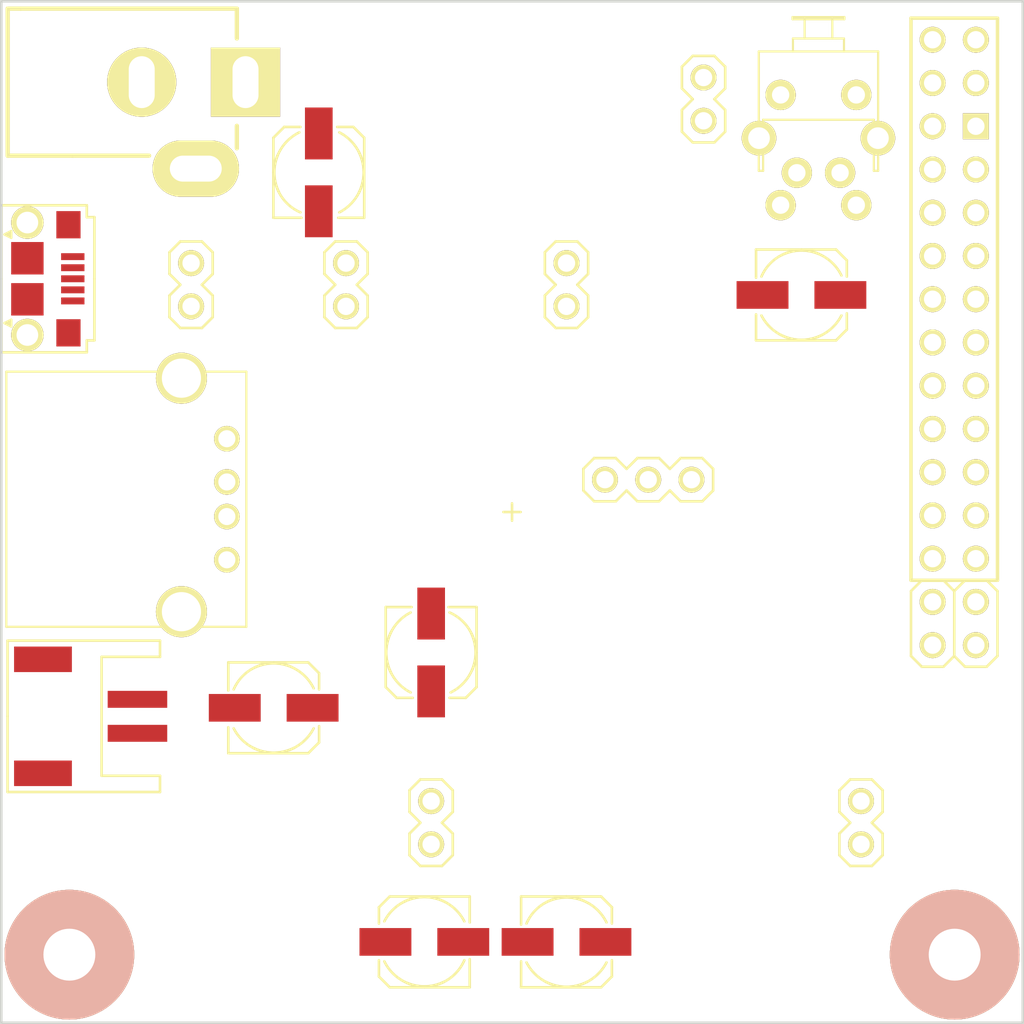
<source format=kicad_pcb>
(kicad_pcb (version 3) (host pcbnew "(2013-03-15 BZR 4003)-stable")

  (general
    (links 43)
    (no_connects 43)
    (area 86.306612 18.674999 147.825001 78.825001)
    (thickness 1.6)
    (drawings 4)
    (tracks 0)
    (zones 0)
    (modules 23)
    (nets 19)
  )

  (page A3)
  (layers
    (15 F.Cu signal hide)
    (0 B.Cu signal hide)
    (16 B.Adhes user hide)
    (17 F.Adhes user hide)
    (18 B.Paste user hide)
    (19 F.Paste user hide)
    (20 B.SilkS user)
    (21 F.SilkS user)
    (22 B.Mask user hide)
    (23 F.Mask user hide)
    (24 Dwgs.User user hide)
    (25 Cmts.User user hide)
    (26 Eco1.User user hide)
    (27 Eco2.User user hide)
    (28 Edge.Cuts user)
  )

  (setup
    (last_trace_width 0.254)
    (user_trace_width 0.254)
    (user_trace_width 0.508)
    (user_trace_width 0.762)
    (trace_clearance 0.0635)
    (zone_clearance 0.508)
    (zone_45_only no)
    (trace_min 0.254)
    (segment_width 0.2)
    (edge_width 0.15)
    (via_size 0.889)
    (via_drill 0.635)
    (via_min_size 0.889)
    (via_min_drill 0.508)
    (uvia_size 0.508)
    (uvia_drill 0.127)
    (uvias_allowed no)
    (uvia_min_size 0.508)
    (uvia_min_drill 0.127)
    (pcb_text_width 0.3)
    (pcb_text_size 0.8 0.8)
    (mod_edge_width 0.15)
    (mod_text_size 0.8 0.8)
    (mod_text_width 0.1)
    (pad_size 1.524 1.524)
    (pad_drill 1.016)
    (pad_to_mask_clearance 0)
    (aux_axis_origin 0 0)
    (visible_elements 7FFFE231)
    (pcbplotparams
      (layerselection 301957121)
      (usegerberextensions true)
      (excludeedgelayer false)
      (linewidth 0)
      (plotframeref false)
      (viasonmask false)
      (mode 1)
      (useauxorigin false)
      (hpglpennumber 1)
      (hpglpenspeed 20)
      (hpglpendiameter 15)
      (hpglpenoverlay 2)
      (psnegative false)
      (psa4output false)
      (plotreference true)
      (plotvalue true)
      (plotothertext true)
      (plotinvisibletext false)
      (padsonsilk false)
      (subtractmaskfromsilk true)
      (outputformat 1)
      (mirror false)
      (drillshape 0)
      (scaleselection 1)
      (outputdirectory uC_Power_Gerber/))
  )

  (net 0 "")
  (net 1 /3V3_Pi)
  (net 2 /5V_BAT)
  (net 3 /5V_EXT)
  (net 4 /5V_IN)
  (net 5 /5V_Pi)
  (net 6 /5V_USB)
  (net 7 /GPIO4)
  (net 8 /PWR_IN)
  (net 9 /SCL_Pi)
  (net 10 /SDA_Pi)
  (net 11 /VBAT)
  (net 12 GND)
  (net 13 N-0000032)
  (net 14 N-0000033)
  (net 15 N-0000040)
  (net 16 N-000005)
  (net 17 N-0000060)
  (net 18 N-000007)

  (net_class Default "This is the default net class."
    (clearance 0.0635)
    (trace_width 0.254)
    (via_dia 0.889)
    (via_drill 0.635)
    (uvia_dia 0.508)
    (uvia_drill 0.127)
    (add_net "")
    (add_net /3V3_Pi)
    (add_net /GPIO4)
    (add_net /SCL_Pi)
    (add_net /SDA_Pi)
    (add_net N-0000032)
    (add_net N-0000033)
    (add_net N-0000040)
    (add_net N-0000060)
    (add_net N-000007)
  )

  (net_class 10mil ""
    (clearance 0.0635)
    (trace_width 0.254)
    (via_dia 0.889)
    (via_drill 0.635)
    (uvia_dia 0.508)
    (uvia_drill 0.127)
  )

  (net_class 20mil ""
    (clearance 0.127)
    (trace_width 0.508)
    (via_dia 0.889)
    (via_drill 0.635)
    (uvia_dia 0.508)
    (uvia_drill 0.127)
  )

  (net_class 30mil ""
    (clearance 0.127)
    (trace_width 0.762)
    (via_dia 0.889)
    (via_drill 0.635)
    (uvia_dia 0.508)
    (uvia_drill 0.127)
    (add_net /5V_BAT)
    (add_net /5V_EXT)
    (add_net /5V_IN)
    (add_net /5V_Pi)
    (add_net /5V_USB)
    (add_net /PWR_IN)
    (add_net /VBAT)
    (add_net GND)
    (add_net N-000005)
  )

  (module C_ELCO_SMD (layer F.Cu) (tedit 5218C4D7) (tstamp 51E96B15)
    (at 113 57)
    (path /51D13843)
    (attr smd)
    (fp_text reference C5 (at -1.8 3.4) (layer F.SilkS) hide
      (effects (font (size 0.8 0.8) (thickness 0.1)))
    )
    (fp_text value 10u (at 0 0) (layer F.SilkS) hide
      (effects (font (size 0.8 0.8) (thickness 0.1)))
    )
    (fp_arc (start 0 0) (end -1.2065 2.3495) (angle 90) (layer F.SilkS) (width 0.1524))
    (fp_arc (start 0 0) (end -2.3495 1.2065) (angle 90) (layer F.SilkS) (width 0.1524))
    (fp_line (start -2.667 2.032) (end -2.667 -2.667) (layer F.SilkS) (width 0.1524))
    (fp_arc (start 0 0) (end 2.3495 -1.143) (angle 90) (layer F.SilkS) (width 0.1524))
    (fp_arc (start 0.0635 0) (end 1.0795 -2.3495) (angle 90) (layer F.SilkS) (width 0.1524))
    (fp_line (start 2.667 -2.667) (end 1.016 -2.667) (layer F.SilkS) (width 0.1524))
    (fp_line (start -2.667 -2.667) (end -1.143 -2.667) (layer F.SilkS) (width 0.1524))
    (fp_line (start -2.032 2.667) (end -1.0795 2.667) (layer F.SilkS) (width 0.1524))
    (fp_line (start 2.032 2.667) (end 1.0795 2.667) (layer F.SilkS) (width 0.1524))
    (fp_line (start 2.032 2.667) (end 2.667 2.032) (layer F.SilkS) (width 0.1524))
    (fp_line (start 2.667 2.032) (end 2.667 0) (layer F.SilkS) (width 0.1524))
    (fp_line (start -2.032 2.667) (end -2.667 2.032) (layer F.SilkS) (width 0.1524))
    (fp_line (start 2.667 -2.667) (end 2.667 0) (layer F.SilkS) (width 0.1524))
    (pad 1 smd rect (at 0 2.286) (size 1.6256 3.048)
      (layers F.Cu F.Paste F.Mask)
      (net 4 /5V_IN)
    )
    (pad 2 smd rect (at 0 -2.286) (size 1.6256 3.048)
      (layers F.Cu F.Paste F.Mask)
      (net 12 GND)
    )
    (model uC_Power_Lib/uC_Power_3D/c_elec_5x5_3.wrl
      (at (xyz 0 0 0))
      (scale (xyz 1 1 1))
      (rotate (xyz 0 0 90))
    )
  )

  (module C_ELCO_SMD (layer F.Cu) (tedit 5218C4D1) (tstamp 51E96B29)
    (at 103.75 60.25 90)
    (path /51D1384F)
    (attr smd)
    (fp_text reference C6 (at -1.75 3.65 180) (layer F.SilkS) hide
      (effects (font (size 0.8 0.8) (thickness 0.1)))
    )
    (fp_text value 10u (at 0 0 90) (layer F.SilkS) hide
      (effects (font (size 0.8 0.8) (thickness 0.1)))
    )
    (fp_arc (start 0 0) (end -1.2065 2.3495) (angle 90) (layer F.SilkS) (width 0.1524))
    (fp_arc (start 0 0) (end -2.3495 1.2065) (angle 90) (layer F.SilkS) (width 0.1524))
    (fp_line (start -2.667 2.032) (end -2.667 -2.667) (layer F.SilkS) (width 0.1524))
    (fp_arc (start 0 0) (end 2.3495 -1.143) (angle 90) (layer F.SilkS) (width 0.1524))
    (fp_arc (start 0.0635 0) (end 1.0795 -2.3495) (angle 90) (layer F.SilkS) (width 0.1524))
    (fp_line (start 2.667 -2.667) (end 1.016 -2.667) (layer F.SilkS) (width 0.1524))
    (fp_line (start -2.667 -2.667) (end -1.143 -2.667) (layer F.SilkS) (width 0.1524))
    (fp_line (start -2.032 2.667) (end -1.0795 2.667) (layer F.SilkS) (width 0.1524))
    (fp_line (start 2.032 2.667) (end 1.0795 2.667) (layer F.SilkS) (width 0.1524))
    (fp_line (start 2.032 2.667) (end 2.667 2.032) (layer F.SilkS) (width 0.1524))
    (fp_line (start 2.667 2.032) (end 2.667 0) (layer F.SilkS) (width 0.1524))
    (fp_line (start -2.032 2.667) (end -2.667 2.032) (layer F.SilkS) (width 0.1524))
    (fp_line (start 2.667 -2.667) (end 2.667 0) (layer F.SilkS) (width 0.1524))
    (pad 1 smd rect (at 0 2.286 90) (size 1.6256 3.048)
      (layers F.Cu F.Paste F.Mask)
      (net 11 /VBAT)
    )
    (pad 2 smd rect (at 0 -2.286 90) (size 1.6256 3.048)
      (layers F.Cu F.Paste F.Mask)
      (net 12 GND)
    )
    (model uC_Power_Lib/uC_Power_3D/c_elec_5x5_3.wrl
      (at (xyz 0 0 0))
      (scale (xyz 1 1 1))
      (rotate (xyz 0 0 90))
    )
  )

  (module C_ELCO_SMD (layer F.Cu) (tedit 5218C4E3) (tstamp 51E96B51)
    (at 112.6 74 270)
    (path /51D1410C)
    (attr smd)
    (fp_text reference C9 (at -1.61 3.634 360) (layer F.SilkS) hide
      (effects (font (size 0.8 0.8) (thickness 0.1)))
    )
    (fp_text value 10uF (at 0 0 270) (layer F.SilkS) hide
      (effects (font (size 0.8 0.8) (thickness 0.1)))
    )
    (fp_arc (start 0 0) (end -1.2065 2.3495) (angle 90) (layer F.SilkS) (width 0.1524))
    (fp_arc (start 0 0) (end -2.3495 1.2065) (angle 90) (layer F.SilkS) (width 0.1524))
    (fp_line (start -2.667 2.032) (end -2.667 -2.667) (layer F.SilkS) (width 0.1524))
    (fp_arc (start 0 0) (end 2.3495 -1.143) (angle 90) (layer F.SilkS) (width 0.1524))
    (fp_arc (start 0.0635 0) (end 1.0795 -2.3495) (angle 90) (layer F.SilkS) (width 0.1524))
    (fp_line (start 2.667 -2.667) (end 1.016 -2.667) (layer F.SilkS) (width 0.1524))
    (fp_line (start -2.667 -2.667) (end -1.143 -2.667) (layer F.SilkS) (width 0.1524))
    (fp_line (start -2.032 2.667) (end -1.0795 2.667) (layer F.SilkS) (width 0.1524))
    (fp_line (start 2.032 2.667) (end 1.0795 2.667) (layer F.SilkS) (width 0.1524))
    (fp_line (start 2.032 2.667) (end 2.667 2.032) (layer F.SilkS) (width 0.1524))
    (fp_line (start 2.667 2.032) (end 2.667 0) (layer F.SilkS) (width 0.1524))
    (fp_line (start -2.032 2.667) (end -2.667 2.032) (layer F.SilkS) (width 0.1524))
    (fp_line (start 2.667 -2.667) (end 2.667 0) (layer F.SilkS) (width 0.1524))
    (pad 1 smd rect (at 0 2.286 270) (size 1.6256 3.048)
      (layers F.Cu F.Paste F.Mask)
      (net 11 /VBAT)
    )
    (pad 2 smd rect (at 0 -2.286 270) (size 1.6256 3.048)
      (layers F.Cu F.Paste F.Mask)
      (net 12 GND)
    )
    (model uC_Power_Lib/uC_Power_3D/c_elec_5x5_3.wrl
      (at (xyz 0 0 0))
      (scale (xyz 1 1 1))
      (rotate (xyz 0 0 90))
    )
  )

  (module SW_PB_V_H (layer F.Cu) (tedit 5218C474) (tstamp 51E96D3C)
    (at 135.75 24.25 270)
    (path /51D06B4B)
    (attr smd)
    (fp_text reference SW1 (at -3.125 2.975 360) (layer F.SilkS) hide
      (effects (font (size 0.8 0.8) (thickness 0.1)))
    )
    (fp_text value ON_OFF (at -4.725 3.875 360) (layer F.SilkS) hide
      (effects (font (size 0.8 0.8) (thickness 0.1)))
    )
    (fp_line (start -4.572 -1.524) (end -4.445 -1.524) (layer F.SilkS) (width 0.127))
    (fp_line (start -4.445 -1.524) (end -4.445 1.524) (layer F.SilkS) (width 0.127))
    (fp_line (start -4.445 1.524) (end -4.572 1.524) (layer F.SilkS) (width 0.127))
    (fp_line (start -4.572 1.524) (end -4.572 -1.524) (layer F.SilkS) (width 0.127))
    (fp_line (start -2.5527 -3.5052) (end 4.4577 -3.5052) (layer F.SilkS) (width 0.127))
    (fp_line (start 4.4577 -3.5052) (end 4.4577 -3.2512) (layer F.SilkS) (width 0.127))
    (fp_line (start 4.4577 -3.2512) (end 1.4605 -3.2512) (layer F.SilkS) (width 0.127))
    (fp_line (start 1.4605 -3.2512) (end 1.4605 3.2512) (layer F.SilkS) (width 0.127))
    (fp_line (start 1.4605 3.2512) (end 4.4577 3.2512) (layer F.SilkS) (width 0.127))
    (fp_line (start 4.4577 3.2512) (end 4.4577 3.5052) (layer F.SilkS) (width 0.127))
    (fp_line (start 4.4577 3.5052) (end -2.5527 3.5052) (layer F.SilkS) (width 0.127))
    (fp_line (start -2.5527 3.5052) (end -2.5527 -3.5052) (layer F.SilkS) (width 0.127))
    (fp_line (start -4.5593 -0.8128) (end -3.3147 -0.8128) (layer F.SilkS) (width 0.127))
    (fp_line (start -4.5593 0.8128) (end -3.3147 0.8128) (layer F.SilkS) (width 0.127))
    (fp_line (start -2.5527 -1.4986) (end -3.3147 -1.4986) (layer F.SilkS) (width 0.127))
    (fp_line (start -3.3147 -1.4986) (end -3.3147 1.4986) (layer F.SilkS) (width 0.127))
    (fp_line (start -3.3147 1.4986) (end -2.5527 1.4986) (layer F.SilkS) (width 0.127))
    (pad 1 thru_hole circle (at 0 -2.2225 270) (size 1.778 1.778) (drill 1.016)
      (layers *.Cu *.Mask F.SilkS)
      (net 14 N-0000033)
    )
    (pad 2 thru_hole circle (at 0 2.2225 270) (size 1.778 1.778) (drill 1.016)
      (layers *.Cu *.Mask F.SilkS)
      (net 12 GND)
    )
    (pad 3 thru_hole circle (at 2.54 -3.4925 270) (size 2.032 2.032) (drill 1.27)
      (layers *.Cu *.Mask F.SilkS)
    )
    (pad 3 thru_hole circle (at 2.54 3.4925 270) (size 2.032 2.032) (drill 1.27)
      (layers *.Cu *.Mask F.SilkS)
    )
    (pad 2 thru_hole circle (at 6.477 2.2225 270) (size 1.778 1.778) (drill 1.016)
      (layers *.Cu *.Mask F.SilkS)
      (net 12 GND)
    )
    (pad 1 thru_hole circle (at 6.477 -2.2225 270) (size 1.778 1.778) (drill 1.016)
      (layers *.Cu *.Mask F.SilkS)
      (net 14 N-0000033)
    )
    (pad 2 thru_hole circle (at 4.572 1.27 270) (size 1.778 1.778) (drill 1.016)
      (layers *.Cu *.Mask F.SilkS)
      (net 12 GND)
    )
    (pad 1 thru_hole circle (at 4.572 -1.27 270) (size 1.778 1.778) (drill 1.016)
      (layers *.Cu *.Mask F.SilkS)
      (net 14 N-0000033)
    )
    (model uC_Power_Lib/uC_Power_3D/SW_0773.wrl
      (at (xyz 0 0 0))
      (scale (xyz 1 1 1))
      (rotate (xyz 0 0 0))
    )
  )

  (module C_ELCO_SMD (layer F.Cu) (tedit 5218C4E9) (tstamp 51E9734E)
    (at 120.95 74 90)
    (path /51D153EE)
    (attr smd)
    (fp_text reference C10 (at -1.7555 3.891 180) (layer F.SilkS) hide
      (effects (font (size 0.8 0.8) (thickness 0.1)))
    )
    (fp_text value 22uF (at 0 0 90) (layer F.SilkS) hide
      (effects (font (size 0.8 0.8) (thickness 0.1)))
    )
    (fp_arc (start 0 0) (end -1.2065 2.3495) (angle 90) (layer F.SilkS) (width 0.1524))
    (fp_arc (start 0 0) (end -2.3495 1.2065) (angle 90) (layer F.SilkS) (width 0.1524))
    (fp_line (start -2.667 2.032) (end -2.667 -2.667) (layer F.SilkS) (width 0.1524))
    (fp_arc (start 0 0) (end 2.3495 -1.143) (angle 90) (layer F.SilkS) (width 0.1524))
    (fp_arc (start 0.0635 0) (end 1.0795 -2.3495) (angle 90) (layer F.SilkS) (width 0.1524))
    (fp_line (start 2.667 -2.667) (end 1.016 -2.667) (layer F.SilkS) (width 0.1524))
    (fp_line (start -2.667 -2.667) (end -1.143 -2.667) (layer F.SilkS) (width 0.1524))
    (fp_line (start -2.032 2.667) (end -1.0795 2.667) (layer F.SilkS) (width 0.1524))
    (fp_line (start 2.032 2.667) (end 1.0795 2.667) (layer F.SilkS) (width 0.1524))
    (fp_line (start 2.032 2.667) (end 2.667 2.032) (layer F.SilkS) (width 0.1524))
    (fp_line (start 2.667 2.032) (end 2.667 0) (layer F.SilkS) (width 0.1524))
    (fp_line (start -2.032 2.667) (end -2.667 2.032) (layer F.SilkS) (width 0.1524))
    (fp_line (start 2.667 -2.667) (end 2.667 0) (layer F.SilkS) (width 0.1524))
    (pad 1 smd rect (at 0 2.286 90) (size 1.6256 3.048)
      (layers F.Cu F.Paste F.Mask)
      (net 2 /5V_BAT)
    )
    (pad 2 smd rect (at 0 -2.286 90) (size 1.6256 3.048)
      (layers F.Cu F.Paste F.Mask)
      (net 12 GND)
    )
    (model uC_Power_Lib/uC_Power_3D/c_elec_5x5_3.wrl
      (at (xyz 0 0 0))
      (scale (xyz 1 1 1))
      (rotate (xyz 0 0 90))
    )
  )

  (module C_ELCO_SMD (layer F.Cu) (tedit 5218C495) (tstamp 51EC32EB)
    (at 106.4 28.8 180)
    (path /51E43043)
    (attr smd)
    (fp_text reference C2 (at -1.75 3.35 180) (layer F.SilkS) hide
      (effects (font (size 0.8 0.8) (thickness 0.1)))
    )
    (fp_text value 100u,25V (at 0 0 180) (layer F.SilkS) hide
      (effects (font (size 0.8 0.8) (thickness 0.1)))
    )
    (fp_arc (start 0 0) (end -1.2065 2.3495) (angle 90) (layer F.SilkS) (width 0.1524))
    (fp_arc (start 0 0) (end -2.3495 1.2065) (angle 90) (layer F.SilkS) (width 0.1524))
    (fp_line (start -2.667 2.032) (end -2.667 -2.667) (layer F.SilkS) (width 0.1524))
    (fp_arc (start 0 0) (end 2.3495 -1.143) (angle 90) (layer F.SilkS) (width 0.1524))
    (fp_arc (start 0.0635 0) (end 1.0795 -2.3495) (angle 90) (layer F.SilkS) (width 0.1524))
    (fp_line (start 2.667 -2.667) (end 1.016 -2.667) (layer F.SilkS) (width 0.1524))
    (fp_line (start -2.667 -2.667) (end -1.143 -2.667) (layer F.SilkS) (width 0.1524))
    (fp_line (start -2.032 2.667) (end -1.0795 2.667) (layer F.SilkS) (width 0.1524))
    (fp_line (start 2.032 2.667) (end 1.0795 2.667) (layer F.SilkS) (width 0.1524))
    (fp_line (start 2.032 2.667) (end 2.667 2.032) (layer F.SilkS) (width 0.1524))
    (fp_line (start 2.667 2.032) (end 2.667 0) (layer F.SilkS) (width 0.1524))
    (fp_line (start -2.032 2.667) (end -2.667 2.032) (layer F.SilkS) (width 0.1524))
    (fp_line (start 2.667 -2.667) (end 2.667 0) (layer F.SilkS) (width 0.1524))
    (pad 1 smd rect (at 0 2.286 180) (size 1.6256 3.048)
      (layers F.Cu F.Paste F.Mask)
      (net 16 N-000005)
    )
    (pad 2 smd rect (at 0 -2.286 180) (size 1.6256 3.048)
      (layers F.Cu F.Paste F.Mask)
      (net 12 GND)
    )
    (model uC_Power_Lib/uC_Power_3D/c_elec_5x5_3.wrl
      (at (xyz 0 0 0))
      (scale (xyz 1 1 1))
      (rotate (xyz 0 0 90))
    )
  )

  (module C_ELCO_SMD (layer F.Cu) (tedit 5218C487) (tstamp 51EC332D)
    (at 134.75 36 90)
    (path /51D06C0F)
    (attr smd)
    (fp_text reference C14 (at 3.3 1.05 180) (layer F.SilkS) hide
      (effects (font (size 0.8 0.8) (thickness 0.1)))
    )
    (fp_text value 10uF (at 0 0 90) (layer F.SilkS) hide
      (effects (font (size 0.8 0.8) (thickness 0.1)))
    )
    (fp_arc (start 0 0) (end -1.2065 2.3495) (angle 90) (layer F.SilkS) (width 0.1524))
    (fp_arc (start 0 0) (end -2.3495 1.2065) (angle 90) (layer F.SilkS) (width 0.1524))
    (fp_line (start -2.667 2.032) (end -2.667 -2.667) (layer F.SilkS) (width 0.1524))
    (fp_arc (start 0 0) (end 2.3495 -1.143) (angle 90) (layer F.SilkS) (width 0.1524))
    (fp_arc (start 0.0635 0) (end 1.0795 -2.3495) (angle 90) (layer F.SilkS) (width 0.1524))
    (fp_line (start 2.667 -2.667) (end 1.016 -2.667) (layer F.SilkS) (width 0.1524))
    (fp_line (start -2.667 -2.667) (end -1.143 -2.667) (layer F.SilkS) (width 0.1524))
    (fp_line (start -2.032 2.667) (end -1.0795 2.667) (layer F.SilkS) (width 0.1524))
    (fp_line (start 2.032 2.667) (end 1.0795 2.667) (layer F.SilkS) (width 0.1524))
    (fp_line (start 2.032 2.667) (end 2.667 2.032) (layer F.SilkS) (width 0.1524))
    (fp_line (start 2.667 2.032) (end 2.667 0) (layer F.SilkS) (width 0.1524))
    (fp_line (start -2.032 2.667) (end -2.667 2.032) (layer F.SilkS) (width 0.1524))
    (fp_line (start 2.667 -2.667) (end 2.667 0) (layer F.SilkS) (width 0.1524))
    (pad 1 smd rect (at 0 2.286 90) (size 1.6256 3.048)
      (layers F.Cu F.Paste F.Mask)
      (net 5 /5V_Pi)
    )
    (pad 2 smd rect (at 0 -2.286 90) (size 1.6256 3.048)
      (layers F.Cu F.Paste F.Mask)
      (net 13 N-0000032)
    )
    (model uC_Power_Lib/uC_Power_3D/c_elec_5x5_3.wrl
      (at (xyz 0 0 0))
      (scale (xyz 1 1 1))
      (rotate (xyz 0 0 90))
    )
  )

  (module CONN_JST-2_SMD (layer F.Cu) (tedit 5218C4CC) (tstamp 51EC342D)
    (at 88.5 60.75 270)
    (tags JST)
    (path /51D13875)
    (attr smd)
    (fp_text reference J2 (at 5.35 -7.8 360) (layer F.SilkS) hide
      (effects (font (size 0.8 0.8) (thickness 0.1)))
    )
    (fp_text value LiPo_JST (at 5.35 -2.1 360) (layer F.SilkS) hide
      (effects (font (size 0.8 0.8) (thickness 0.1)))
    )
    (fp_line (start 4.445 0.381) (end 4.445 -8.5725) (layer F.SilkS) (width 0.1524))
    (fp_line (start 0 0.381) (end -4.445 0.381) (layer F.SilkS) (width 0.1524))
    (fp_line (start -4.445 0.381) (end -4.445 -8.5725) (layer F.SilkS) (width 0.1524))
    (fp_line (start -4.445 -8.5725) (end -3.4925 -8.5725) (layer F.SilkS) (width 0.1524))
    (fp_line (start -3.4925 -8.5725) (end -3.4925 -5.1435) (layer F.SilkS) (width 0.1524))
    (fp_line (start -3.4925 -5.1435) (end 3.4925 -5.1435) (layer F.SilkS) (width 0.1524))
    (fp_line (start 3.4925 -5.1435) (end 3.4925 -8.5725) (layer F.SilkS) (width 0.1524))
    (fp_line (start 3.4925 -8.5725) (end 4.445 -8.5725) (layer F.SilkS) (width 0.1524))
    (fp_line (start 4.445 0.381) (end 0 0.381) (layer F.SilkS) (width 0.1524))
    (pad "" smd rect (at -3.34772 -1.69926 270) (size 1.4986 3.39598)
      (layers F.Cu F.Paste F.Mask)
    )
    (pad 1 smd rect (at -0.99822 -7.24916 270) (size 0.99568 3.49758)
      (layers F.Cu F.Paste F.Mask)
      (net 11 /VBAT)
    )
    (pad 2 smd rect (at 0.99822 -7.24916 270) (size 0.99568 3.49758)
      (layers F.Cu F.Paste F.Mask)
      (net 12 GND)
    )
    (pad "" smd rect (at 3.34772 -1.69926 270) (size 1.4986 3.39598)
      (layers F.Cu F.Paste F.Mask)
    )
    (model uC_Power_Lib/uC_Power_3D/s2b-ph-sm4-tb.wrl
      (at (xyz 0 0.3 0))
      (scale (xyz 1 1 1))
      (rotate (xyz 0 0 0))
    )
  )

  (module Header_3 (layer F.Cu) (tedit 5218C4B8) (tstamp 51EC344C)
    (at 125.75 46.85)
    (descr "Connecteur 6 pins")
    (tags "CONN DEV")
    (path /51D06B05)
    (attr smd)
    (fp_text reference J4 (at 4.6355 0) (layer F.SilkS) hide
      (effects (font (size 0.8 0.8) (thickness 0.1)))
    )
    (fp_text value Auto_On (at 0 -2) (layer F.SilkS) hide
      (effects (font (size 0.8 0.8) (thickness 0.1)))
    )
    (fp_line (start 3.81 -0.635) (end 3.81 0.635) (layer F.SilkS) (width 0.1524))
    (fp_line (start -3.81 -0.635) (end -3.81 0.635) (layer F.SilkS) (width 0.1524))
    (fp_line (start -1.905 1.27) (end -3.175 1.27) (layer F.SilkS) (width 0.1524))
    (fp_line (start 0.635 1.27) (end -0.635 1.27) (layer F.SilkS) (width 0.1524))
    (fp_line (start 3.175 1.27) (end 1.905 1.27) (layer F.SilkS) (width 0.1524))
    (fp_line (start 1.905 -1.27) (end 3.175 -1.27) (layer F.SilkS) (width 0.1524))
    (fp_line (start -0.635 -1.27) (end 0.635 -1.27) (layer F.SilkS) (width 0.1524))
    (fp_line (start -3.175 -1.27) (end -1.905 -1.27) (layer F.SilkS) (width 0.1524))
    (fp_line (start 3.175 -1.27) (end 3.81 -0.635) (layer F.SilkS) (width 0.1524))
    (fp_line (start 0.635 -1.27) (end 1.27 -0.635) (layer F.SilkS) (width 0.1524))
    (fp_line (start 1.27 -0.635) (end 1.905 -1.27) (layer F.SilkS) (width 0.1524))
    (fp_line (start -1.905 -1.27) (end -1.27 -0.635) (layer F.SilkS) (width 0.1524))
    (fp_line (start -1.27 -0.635) (end -0.635 -1.27) (layer F.SilkS) (width 0.1524))
    (fp_line (start -3.81 -0.635) (end -3.175 -1.27) (layer F.SilkS) (width 0.1524))
    (fp_line (start -3.175 1.27) (end -3.81 0.635) (layer F.SilkS) (width 0.1524))
    (fp_line (start -0.635 1.27) (end -1.27 0.635) (layer F.SilkS) (width 0.1524))
    (fp_line (start -1.27 0.635) (end -1.905 1.27) (layer F.SilkS) (width 0.1524))
    (fp_line (start 1.905 1.27) (end 1.27 0.635) (layer F.SilkS) (width 0.1524))
    (fp_line (start 1.27 0.635) (end 0.635 1.27) (layer F.SilkS) (width 0.1524))
    (fp_line (start 3.81 0.635) (end 3.175 1.27) (layer F.SilkS) (width 0.1524))
    (pad 1 thru_hole circle (at -2.54 0) (size 1.524 1.524) (drill 1.016)
      (layers *.Cu *.Mask F.SilkS)
      (net 12 GND)
    )
    (pad 2 thru_hole circle (at 0 0) (size 1.524 1.524) (drill 1.016)
      (layers *.Cu *.Mask F.SilkS)
      (net 15 N-0000040)
    )
    (pad 3 thru_hole circle (at 2.54 0) (size 1.524 1.524) (drill 1.016)
      (layers *.Cu *.Mask F.SilkS)
      (net 4 /5V_IN)
    )
    (model uC_Power_Lib/uC_Power_3D/pin_strip_3.wrl
      (at (xyz 0 0 0))
      (scale (xyz 1 1 1))
      (rotate (xyz 0 0 0))
    )
  )

  (module Header_2 (layer F.Cu) (tedit 5218C47A) (tstamp 51EC348D)
    (at 129 24.5 90)
    (descr "Connecteur 2 pins")
    (tags "CONN DEV")
    (path /51EBDA2C)
    (attr smd)
    (fp_text reference J6 (at 3.15 0 180) (layer F.SilkS) hide
      (effects (font (size 0.8 0.8) (thickness 0.1)))
    )
    (fp_text value 5V_EXT (at -3.55 0 180) (layer F.SilkS) hide
      (effects (font (size 0.8 0.8) (thickness 0.1)))
    )
    (fp_line (start 2.54 -0.635) (end 2.54 0.635) (layer F.SilkS) (width 0.1524))
    (fp_line (start -2.54 -0.635) (end -2.54 0.635) (layer F.SilkS) (width 0.1524))
    (fp_line (start -0.635 1.27) (end -1.905 1.27) (layer F.SilkS) (width 0.1524))
    (fp_line (start 1.905 1.27) (end 0.635 1.27) (layer F.SilkS) (width 0.1524))
    (fp_line (start 0.635 -1.27) (end 1.905 -1.27) (layer F.SilkS) (width 0.1524))
    (fp_line (start -1.905 -1.27) (end -0.635 -1.27) (layer F.SilkS) (width 0.1524))
    (fp_line (start 1.905 -1.27) (end 2.54 -0.635) (layer F.SilkS) (width 0.1524))
    (fp_line (start -0.635 -1.27) (end 0 -0.635) (layer F.SilkS) (width 0.1524))
    (fp_line (start 0 -0.635) (end 0.635 -1.27) (layer F.SilkS) (width 0.1524))
    (fp_line (start -2.54 -0.635) (end -1.905 -1.27) (layer F.SilkS) (width 0.1524))
    (fp_line (start -1.905 1.27) (end -2.54 0.635) (layer F.SilkS) (width 0.1524))
    (fp_line (start 0.635 1.27) (end 0 0.635) (layer F.SilkS) (width 0.1524))
    (fp_line (start 0 0.635) (end -0.635 1.27) (layer F.SilkS) (width 0.1524))
    (fp_line (start 2.54 0.635) (end 1.905 1.27) (layer F.SilkS) (width 0.1524))
    (pad 1 thru_hole circle (at -1.27 0 90) (size 1.524 1.524) (drill 1.016)
      (layers *.Cu *.Mask F.SilkS)
      (net 3 /5V_EXT)
    )
    (pad 2 thru_hole circle (at 1.27 0 90) (size 1.524 1.524) (drill 1.016)
      (layers *.Cu *.Mask F.SilkS)
      (net 12 GND)
    )
    (model uC_Power_Lib/uC_Power_3D/pin_strip_2.wrl
      (at (xyz 0 0 0))
      (scale (xyz 1 1 1))
      (rotate (xyz 0 0 0))
    )
  )

  (module Header_2 (layer F.Cu) (tedit 5218C4AF) (tstamp 51EC34A1)
    (at 108 35.4 90)
    (descr "Connecteur 2 pins")
    (tags "CONN DEV")
    (path /51EBDEEA)
    (attr smd)
    (fp_text reference J7 (at 3.2 0 180) (layer F.SilkS) hide
      (effects (font (size 0.8 0.8) (thickness 0.1)))
    )
    (fp_text value 5V_IN (at -3.25 0 180) (layer F.SilkS) hide
      (effects (font (size 0.8 0.8) (thickness 0.1)))
    )
    (fp_line (start 2.54 -0.635) (end 2.54 0.635) (layer F.SilkS) (width 0.1524))
    (fp_line (start -2.54 -0.635) (end -2.54 0.635) (layer F.SilkS) (width 0.1524))
    (fp_line (start -0.635 1.27) (end -1.905 1.27) (layer F.SilkS) (width 0.1524))
    (fp_line (start 1.905 1.27) (end 0.635 1.27) (layer F.SilkS) (width 0.1524))
    (fp_line (start 0.635 -1.27) (end 1.905 -1.27) (layer F.SilkS) (width 0.1524))
    (fp_line (start -1.905 -1.27) (end -0.635 -1.27) (layer F.SilkS) (width 0.1524))
    (fp_line (start 1.905 -1.27) (end 2.54 -0.635) (layer F.SilkS) (width 0.1524))
    (fp_line (start -0.635 -1.27) (end 0 -0.635) (layer F.SilkS) (width 0.1524))
    (fp_line (start 0 -0.635) (end 0.635 -1.27) (layer F.SilkS) (width 0.1524))
    (fp_line (start -2.54 -0.635) (end -1.905 -1.27) (layer F.SilkS) (width 0.1524))
    (fp_line (start -1.905 1.27) (end -2.54 0.635) (layer F.SilkS) (width 0.1524))
    (fp_line (start 0.635 1.27) (end 0 0.635) (layer F.SilkS) (width 0.1524))
    (fp_line (start 0 0.635) (end -0.635 1.27) (layer F.SilkS) (width 0.1524))
    (fp_line (start 2.54 0.635) (end 1.905 1.27) (layer F.SilkS) (width 0.1524))
    (pad 1 thru_hole circle (at -1.27 0 90) (size 1.524 1.524) (drill 1.016)
      (layers *.Cu *.Mask F.SilkS)
      (net 4 /5V_IN)
    )
    (pad 2 thru_hole circle (at 1.27 0 90) (size 1.524 1.524) (drill 1.016)
      (layers *.Cu *.Mask F.SilkS)
      (net 12 GND)
    )
    (model uC_Power_Lib/uC_Power_3D/pin_strip_2.wrl
      (at (xyz 0 0 0))
      (scale (xyz 1 1 1))
      (rotate (xyz 0 0 0))
    )
  )

  (module Header_2 (layer F.Cu) (tedit 5218C4DE) (tstamp 51EC34B5)
    (at 113 67 90)
    (descr "Connecteur 2 pins")
    (tags "CONN DEV")
    (path /51EBD0AF)
    (attr smd)
    (fp_text reference J8 (at 3.3095 -0.0335 180) (layer F.SilkS) hide
      (effects (font (size 0.8 0.8) (thickness 0.1)))
    )
    (fp_text value VBAT (at 0 -2.05 90) (layer F.SilkS) hide
      (effects (font (size 0.8 0.8) (thickness 0.1)))
    )
    (fp_line (start 2.54 -0.635) (end 2.54 0.635) (layer F.SilkS) (width 0.1524))
    (fp_line (start -2.54 -0.635) (end -2.54 0.635) (layer F.SilkS) (width 0.1524))
    (fp_line (start -0.635 1.27) (end -1.905 1.27) (layer F.SilkS) (width 0.1524))
    (fp_line (start 1.905 1.27) (end 0.635 1.27) (layer F.SilkS) (width 0.1524))
    (fp_line (start 0.635 -1.27) (end 1.905 -1.27) (layer F.SilkS) (width 0.1524))
    (fp_line (start -1.905 -1.27) (end -0.635 -1.27) (layer F.SilkS) (width 0.1524))
    (fp_line (start 1.905 -1.27) (end 2.54 -0.635) (layer F.SilkS) (width 0.1524))
    (fp_line (start -0.635 -1.27) (end 0 -0.635) (layer F.SilkS) (width 0.1524))
    (fp_line (start 0 -0.635) (end 0.635 -1.27) (layer F.SilkS) (width 0.1524))
    (fp_line (start -2.54 -0.635) (end -1.905 -1.27) (layer F.SilkS) (width 0.1524))
    (fp_line (start -1.905 1.27) (end -2.54 0.635) (layer F.SilkS) (width 0.1524))
    (fp_line (start 0.635 1.27) (end 0 0.635) (layer F.SilkS) (width 0.1524))
    (fp_line (start 0 0.635) (end -0.635 1.27) (layer F.SilkS) (width 0.1524))
    (fp_line (start 2.54 0.635) (end 1.905 1.27) (layer F.SilkS) (width 0.1524))
    (pad 1 thru_hole circle (at -1.27 0 90) (size 1.524 1.524) (drill 1.016)
      (layers *.Cu *.Mask F.SilkS)
      (net 11 /VBAT)
    )
    (pad 2 thru_hole circle (at 1.27 0 90) (size 1.524 1.524) (drill 1.016)
      (layers *.Cu *.Mask F.SilkS)
      (net 12 GND)
    )
    (model uC_Power_Lib/uC_Power_3D/pin_strip_2.wrl
      (at (xyz 0 0 0))
      (scale (xyz 1 1 1))
      (rotate (xyz 0 0 0))
    )
  )

  (module Header_2 (layer F.Cu) (tedit 5218C4EE) (tstamp 51EC34C9)
    (at 138.25 67 90)
    (descr "Connecteur 2 pins")
    (tags "CONN DEV")
    (path /51EBD596)
    (attr smd)
    (fp_text reference J9 (at 3.3095 -0.0105 180) (layer F.SilkS) hide
      (effects (font (size 0.8 0.8) (thickness 0.1)))
    )
    (fp_text value 5V_BAT (at 4.9 0 180) (layer F.SilkS) hide
      (effects (font (size 0.8 0.8) (thickness 0.1)))
    )
    (fp_line (start 2.54 -0.635) (end 2.54 0.635) (layer F.SilkS) (width 0.1524))
    (fp_line (start -2.54 -0.635) (end -2.54 0.635) (layer F.SilkS) (width 0.1524))
    (fp_line (start -0.635 1.27) (end -1.905 1.27) (layer F.SilkS) (width 0.1524))
    (fp_line (start 1.905 1.27) (end 0.635 1.27) (layer F.SilkS) (width 0.1524))
    (fp_line (start 0.635 -1.27) (end 1.905 -1.27) (layer F.SilkS) (width 0.1524))
    (fp_line (start -1.905 -1.27) (end -0.635 -1.27) (layer F.SilkS) (width 0.1524))
    (fp_line (start 1.905 -1.27) (end 2.54 -0.635) (layer F.SilkS) (width 0.1524))
    (fp_line (start -0.635 -1.27) (end 0 -0.635) (layer F.SilkS) (width 0.1524))
    (fp_line (start 0 -0.635) (end 0.635 -1.27) (layer F.SilkS) (width 0.1524))
    (fp_line (start -2.54 -0.635) (end -1.905 -1.27) (layer F.SilkS) (width 0.1524))
    (fp_line (start -1.905 1.27) (end -2.54 0.635) (layer F.SilkS) (width 0.1524))
    (fp_line (start 0.635 1.27) (end 0 0.635) (layer F.SilkS) (width 0.1524))
    (fp_line (start 0 0.635) (end -0.635 1.27) (layer F.SilkS) (width 0.1524))
    (fp_line (start 2.54 0.635) (end 1.905 1.27) (layer F.SilkS) (width 0.1524))
    (pad 1 thru_hole circle (at -1.27 0 90) (size 1.524 1.524) (drill 1.016)
      (layers *.Cu *.Mask F.SilkS)
      (net 2 /5V_BAT)
    )
    (pad 2 thru_hole circle (at 1.27 0 90) (size 1.524 1.524) (drill 1.016)
      (layers *.Cu *.Mask F.SilkS)
      (net 12 GND)
    )
    (model uC_Power_Lib/uC_Power_3D/pin_strip_2.wrl
      (at (xyz 0 0 0))
      (scale (xyz 1 1 1))
      (rotate (xyz 0 0 0))
    )
  )

  (module Header_2 (layer F.Cu) (tedit 5218C4B1) (tstamp 51EC34DD)
    (at 120.95 35.4 90)
    (descr "Connecteur 2 pins")
    (tags "CONN DEV")
    (path /51EC1B15)
    (attr smd)
    (fp_text reference J10 (at 3.3 0 180) (layer F.SilkS) hide
      (effects (font (size 0.8 0.8) (thickness 0.1)))
    )
    (fp_text value 5V_Pi (at -3.25 0 180) (layer F.SilkS) hide
      (effects (font (size 0.8 0.8) (thickness 0.1)))
    )
    (fp_line (start 2.54 -0.635) (end 2.54 0.635) (layer F.SilkS) (width 0.1524))
    (fp_line (start -2.54 -0.635) (end -2.54 0.635) (layer F.SilkS) (width 0.1524))
    (fp_line (start -0.635 1.27) (end -1.905 1.27) (layer F.SilkS) (width 0.1524))
    (fp_line (start 1.905 1.27) (end 0.635 1.27) (layer F.SilkS) (width 0.1524))
    (fp_line (start 0.635 -1.27) (end 1.905 -1.27) (layer F.SilkS) (width 0.1524))
    (fp_line (start -1.905 -1.27) (end -0.635 -1.27) (layer F.SilkS) (width 0.1524))
    (fp_line (start 1.905 -1.27) (end 2.54 -0.635) (layer F.SilkS) (width 0.1524))
    (fp_line (start -0.635 -1.27) (end 0 -0.635) (layer F.SilkS) (width 0.1524))
    (fp_line (start 0 -0.635) (end 0.635 -1.27) (layer F.SilkS) (width 0.1524))
    (fp_line (start -2.54 -0.635) (end -1.905 -1.27) (layer F.SilkS) (width 0.1524))
    (fp_line (start -1.905 1.27) (end -2.54 0.635) (layer F.SilkS) (width 0.1524))
    (fp_line (start 0.635 1.27) (end 0 0.635) (layer F.SilkS) (width 0.1524))
    (fp_line (start 0 0.635) (end -0.635 1.27) (layer F.SilkS) (width 0.1524))
    (fp_line (start 2.54 0.635) (end 1.905 1.27) (layer F.SilkS) (width 0.1524))
    (pad 1 thru_hole circle (at -1.27 0 90) (size 1.524 1.524) (drill 1.016)
      (layers *.Cu *.Mask F.SilkS)
      (net 5 /5V_Pi)
    )
    (pad 2 thru_hole circle (at 1.27 0 90) (size 1.524 1.524) (drill 1.016)
      (layers *.Cu *.Mask F.SilkS)
      (net 12 GND)
    )
    (model uC_Power_Lib/uC_Power_3D/pin_strip_2.wrl
      (at (xyz 0 0 0))
      (scale (xyz 1 1 1))
      (rotate (xyz 0 0 0))
    )
  )

  (module Header_GPIO (layer F.Cu) (tedit 5218C481) (tstamp 51EC34DE)
    (at 143.725 36.25 270)
    (descr "Double rangee de contacts 2 x 12 pins")
    (tags CONN)
    (path /51EBF95D)
    (fp_text reference P1 (at -6.125 3.3 270) (layer F.SilkS) hide
      (effects (font (size 0.8 0.8) (thickness 0.1)))
    )
    (fp_text value RASPI_GPIO (at -0.775 3.3 270) (layer F.SilkS) hide
      (effects (font (size 0.8 0.8) (thickness 0.1)))
    )
    (fp_line (start -16.51 2.54) (end 16.51 2.54) (layer F.SilkS) (width 0.2032))
    (fp_line (start 16.51 -2.54) (end -16.51 -2.54) (layer F.SilkS) (width 0.2032))
    (fp_line (start -16.51 -2.54) (end -16.51 2.54) (layer F.SilkS) (width 0.2032))
    (fp_line (start 16.51 2.54) (end 16.51 -2.54) (layer F.SilkS) (width 0.2032))
    (pad 1 thru_hole circle (at -15.24 1.27 270) (size 1.524 1.524) (drill 1.016)
      (layers *.Cu *.Mask F.SilkS)
      (net 1 /3V3_Pi)
    )
    (pad 2 thru_hole circle (at -15.24 -1.27 270) (size 1.524 1.524) (drill 1.016)
      (layers *.Cu *.Mask F.SilkS)
      (net 5 /5V_Pi)
    )
    (pad 3 thru_hole circle (at -12.7 1.27 270) (size 1.524 1.524) (drill 1.016)
      (layers *.Cu *.Mask F.SilkS)
      (net 10 /SDA_Pi)
    )
    (pad 4 thru_hole circle (at -12.7 -1.27 270) (size 1.524 1.524) (drill 1.016)
      (layers *.Cu *.Mask F.SilkS)
    )
    (pad 5 thru_hole circle (at -10.16 1.27 270) (size 1.524 1.524) (drill 1.016)
      (layers *.Cu *.Mask F.SilkS)
      (net 9 /SCL_Pi)
    )
    (pad 6 thru_hole rect (at -10.16 -1.27 270) (size 1.524 1.524) (drill 1.016)
      (layers *.Cu *.Mask F.SilkS)
      (net 12 GND)
    )
    (pad 7 thru_hole circle (at -7.62 1.27 270) (size 1.524 1.524) (drill 1.016)
      (layers *.Cu *.Mask F.SilkS)
      (net 7 /GPIO4)
    )
    (pad 8 thru_hole circle (at -7.62 -1.27 270) (size 1.524 1.524) (drill 1.016)
      (layers *.Cu *.Mask F.SilkS)
    )
    (pad 9 thru_hole circle (at -5.08 1.27 270) (size 1.524 1.524) (drill 1.016)
      (layers *.Cu *.Mask F.SilkS)
    )
    (pad 10 thru_hole circle (at -5.08 -1.27 270) (size 1.524 1.524) (drill 1.016)
      (layers *.Cu *.Mask F.SilkS)
    )
    (pad 11 thru_hole circle (at -2.54 1.27 270) (size 1.524 1.524) (drill 1.016)
      (layers *.Cu *.Mask F.SilkS)
    )
    (pad 12 thru_hole circle (at -2.54 -1.27 270) (size 1.524 1.524) (drill 1.016)
      (layers *.Cu *.Mask F.SilkS)
    )
    (pad 13 thru_hole circle (at 0 1.27 270) (size 1.524 1.524) (drill 1.016)
      (layers *.Cu *.Mask F.SilkS)
    )
    (pad 14 thru_hole circle (at 0 -1.27 270) (size 1.524 1.524) (drill 1.016)
      (layers *.Cu *.Mask F.SilkS)
    )
    (pad 15 thru_hole circle (at 2.54 1.27 270) (size 1.524 1.524) (drill 1.016)
      (layers *.Cu *.Mask F.SilkS)
    )
    (pad 16 thru_hole circle (at 2.54 -1.27 270) (size 1.524 1.524) (drill 1.016)
      (layers *.Cu *.Mask F.SilkS)
    )
    (pad 17 thru_hole circle (at 5.08 1.27 270) (size 1.524 1.524) (drill 1.016)
      (layers *.Cu *.Mask F.SilkS)
    )
    (pad 18 thru_hole circle (at 5.08 -1.27 270) (size 1.524 1.524) (drill 1.016)
      (layers *.Cu *.Mask F.SilkS)
    )
    (pad 19 thru_hole circle (at 7.62 1.27 270) (size 1.524 1.524) (drill 1.016)
      (layers *.Cu *.Mask F.SilkS)
    )
    (pad 20 thru_hole circle (at 7.62 -1.27 270) (size 1.524 1.524) (drill 1.016)
      (layers *.Cu *.Mask F.SilkS)
    )
    (pad 21 thru_hole circle (at 10.16 1.27 270) (size 1.524 1.524) (drill 1.016)
      (layers *.Cu *.Mask F.SilkS)
    )
    (pad 22 thru_hole circle (at 10.16 -1.27 270) (size 1.524 1.524) (drill 1.016)
      (layers *.Cu *.Mask F.SilkS)
    )
    (pad 23 thru_hole circle (at 12.7 1.27 270) (size 1.524 1.524) (drill 1.016)
      (layers *.Cu *.Mask F.SilkS)
    )
    (pad 24 thru_hole circle (at 12.7 -1.27 270) (size 1.524 1.524) (drill 1.016)
      (layers *.Cu *.Mask F.SilkS)
    )
    (pad 25 thru_hole circle (at 15.24 1.27 270) (size 1.524 1.524) (drill 1.016)
      (layers *.Cu *.Mask F.SilkS)
    )
    (pad 26 thru_hole circle (at 15.24 -1.27 270) (size 1.524 1.524) (drill 1.016)
      (layers *.Cu *.Mask F.SilkS)
    )
    (model uC_Power_Lib/uC_Power_3D/conF_13_long.wrl
      (at (xyz 0 0.05 -0.025))
      (scale (xyz 1 1 1))
      (rotate (xyz 180 0 0))
    )
    (model uC_Power_Lib/uC_Power_3D/conF_13_long.wrl
      (at (xyz 0 -0.05 -0.025))
      (scale (xyz 1 1 1))
      (rotate (xyz 180 0 0))
    )
  )

  (module JACK_ALIM (layer F.Cu) (tedit 5218C4C2) (tstamp 51EC350C)
    (at 96 23.5)
    (descr "module 1 pin (ou trou mecanique de percage)")
    (tags "CONN JACK")
    (path /51E427A4)
    (attr smd)
    (fp_text reference P2 (at 6.65 -3.9) (layer F.SilkS) hide
      (effects (font (size 0.8 0.8) (thickness 0.1)))
    )
    (fp_text value V_IN (at 7.25 -2.8) (layer F.SilkS) hide
      (effects (font (size 0.8 0.8) (thickness 0.1)))
    )
    (fp_line (start -4.064 4.318) (end 0.4318 4.318) (layer F.SilkS) (width 0.254))
    (fp_line (start -7.874 4.318) (end -4.064 4.318) (layer F.SilkS) (width 0.254))
    (fp_line (start 5.588 3.8862) (end 5.588 2.5654) (layer F.SilkS) (width 0.254))
    (fp_line (start 5.588 -4.318) (end 5.588 -2.5654) (layer F.SilkS) (width 0.254))
    (fp_line (start -7.112 -4.318) (end -7.874 -4.318) (layer F.SilkS) (width 0.254))
    (fp_line (start -7.874 -4.318) (end -7.874 4.318) (layer F.SilkS) (width 0.254))
    (fp_line (start -7.112 -4.318) (end 5.588 -4.318) (layer F.SilkS) (width 0.254))
    (pad 2 thru_hole circle (at 0 0) (size 4.064 4.064) (drill oval 1.524 3.048)
      (layers *.Cu *.Mask F.SilkS)
      (net 12 GND)
    )
    (pad 1 thru_hole rect (at 6.096 0) (size 4.064 4.064) (drill oval 1.524 3.048)
      (layers *.Cu *.Mask F.SilkS)
      (net 8 /PWR_IN)
    )
    (pad 3 thru_hole oval (at 3.175 5.08) (size 5.08 3.302) (drill oval 3.048 1.524)
      (layers *.Cu *.Mask F.SilkS)
      (net 12 GND)
    )
    (model uC_Power_Lib/uC_Power_3D/POWER_21.wrl
      (at (xyz 0 0 0))
      (scale (xyz 0.8 0.8 0.8))
      (rotate (xyz 0 0 0))
    )
  )

  (module USB_B_Micro (layer F.Cu) (tedit 5218C4A9) (tstamp 51EC340C)
    (at 91.95 35.05)
    (path /51D133DB)
    (attr smd)
    (fp_text reference J1 (at 2.4225 -3.76) (layer F.SilkS) hide
      (effects (font (size 0.8 0.8) (thickness 0.1)))
    )
    (fp_text value MicroUSB_in (at -0.5775 -5.21) (layer F.SilkS) hide
      (effects (font (size 0.8 0.8) (thickness 0.1)))
    )
    (fp_line (start 1.27 0) (end 1.27 3.6195) (layer F.SilkS) (width 0.1524))
    (fp_line (start 1.27 3.6195) (end 0.8255 3.6195) (layer F.SilkS) (width 0.1524))
    (fp_line (start 1.27 -3.6195) (end 0.8255 -3.6195) (layer F.SilkS) (width 0.1524))
    (fp_line (start 1.27 0) (end 1.27 -3.6195) (layer F.SilkS) (width 0.1524))
    (fp_line (start 0.8255 -3.6195) (end 0.8255 -4.318) (layer F.SilkS) (width 0.1524))
    (fp_line (start 0.8255 -4.318) (end -4.191 -4.318) (layer F.SilkS) (width 0.1524))
    (fp_line (start -4.191 -4.318) (end -4.191 0) (layer F.SilkS) (width 0.1524))
    (fp_line (start -4.191 0) (end -4.191 4.318) (layer F.SilkS) (width 0.1524))
    (fp_line (start -4.191 4.318) (end 0.8255 4.318) (layer F.SilkS) (width 0.1524))
    (fp_line (start 0.8255 4.318) (end 0.8255 3.6195) (layer F.SilkS) (width 0.1524))
    (fp_line (start -3.6195 2.6035) (end -4.0005 2.6035) (layer F.SilkS) (width 0.1524))
    (fp_line (start -3.6195 -2.6035) (end -4.0005 -2.6035) (layer F.SilkS) (width 0.1524))
    (fp_line (start -3.6195 -2.6035) (end -3.6195 -2.794) (layer F.SilkS) (width 0.1524))
    (fp_line (start -3.6195 -2.794) (end -4.0005 -2.6035) (layer F.SilkS) (width 0.1524))
    (fp_line (start -4.0005 -2.6035) (end -3.6195 -2.413) (layer F.SilkS) (width 0.1524))
    (fp_line (start -3.6195 -2.413) (end -3.6195 -2.6035) (layer F.SilkS) (width 0.1524))
    (fp_line (start -3.6195 2.413) (end -3.6195 2.794) (layer F.SilkS) (width 0.1524))
    (fp_line (start -3.6195 2.794) (end -4.0005 2.6035) (layer F.SilkS) (width 0.1524))
    (fp_line (start -4.0005 2.6035) (end -3.6195 2.413) (layer F.SilkS) (width 0.1524))
    (pad 3 smd rect (at 0 0) (size 1.3716 0.4064)
      (layers F.Cu F.Paste F.Mask)
      (clearance 0.2032)
    )
    (pad 4 smd rect (at 0 0.65024) (size 1.3716 0.4064)
      (layers F.Cu F.Paste F.Mask)
      (clearance 0.2032)
    )
    (pad 5 smd rect (at 0 1.30048) (size 1.3716 0.4064)
      (layers F.Cu F.Paste F.Mask)
      (net 12 GND)
      (clearance 0.2032)
    )
    (pad 2 smd rect (at 0 -0.65024) (size 1.3716 0.4064)
      (layers F.Cu F.Paste F.Mask)
      (clearance 0.2032)
    )
    (pad 1 smd rect (at 0 -1.30048) (size 1.3716 0.4064)
      (layers F.Cu F.Paste F.Mask)
      (net 18 N-000007)
      (clearance 0.2032)
    )
    (pad 5 smd rect (at -0.254 -3.175) (size 1.4224 1.6002)
      (layers F.Cu F.Paste F.Mask)
      (net 12 GND)
    )
    (pad 5 smd rect (at -0.254 3.175) (size 1.4224 1.6002)
      (layers F.Cu F.Paste F.Mask)
      (net 12 GND)
    )
    (pad 5 smd rect (at -2.667 -1.2065) (size 1.905 1.905)
      (layers F.Cu F.Paste F.Mask)
      (net 12 GND)
      (clearance 0.2032)
    )
    (pad 5 smd rect (at -2.667 1.2065) (size 1.905 1.905)
      (layers F.Cu F.Paste F.Mask)
      (net 12 GND)
      (clearance 0.2032)
    )
    (pad 5 thru_hole circle (at -2.667 -3.302) (size 1.905 1.905) (drill 1.27)
      (layers *.Cu *.Paste *.Mask F.SilkS)
      (net 12 GND)
      (clearance 0.2032)
    )
    (pad 5 thru_hole circle (at -2.667 3.302) (size 1.905 1.905) (drill 1.27)
      (layers *.Cu *.Paste *.Mask F.SilkS)
      (net 12 GND)
      (clearance 0.2032)
    )
    (model uC_Power_Lib/uC_Power_3D/usb_B_micro_smd.wrl
      (at (xyz -0.1 0 0))
      (scale (xyz 1 1 1))
      (rotate (xyz 0 0 90))
    )
  )

  (module USB_A (layer F.Cu) (tedit 5218C4BE) (tstamp 51EC343F)
    (at 101 48 180)
    (path /51E9F821)
    (fp_text reference J3 (at -2.1 6.8 180) (layer F.SilkS) hide
      (effects (font (size 0.8 0.8) (thickness 0.1)))
    )
    (fp_text value USB_A_out (at -2.2 -0.7 270) (layer F.SilkS) hide
      (effects (font (size 0.8 0.8) (thickness 0.1)))
    )
    (fp_line (start -1.143 -7.493) (end 12.954 -7.493) (layer F.SilkS) (width 0.127))
    (fp_line (start 12.954 7.493) (end -1.143 7.493) (layer F.SilkS) (width 0.127))
    (fp_line (start -1.143 -7.493) (end -1.143 7.493) (layer F.SilkS) (width 0.127))
    (fp_line (start 12.954 -7.493) (end 12.954 7.493) (layer F.SilkS) (width 0.127))
    (pad 4 thru_hole circle (at 0 -3.556 180) (size 1.50114 1.50114) (drill 1.00076)
      (layers *.Cu *.Mask F.SilkS)
      (net 12 GND)
    )
    (pad 3 thru_hole circle (at 0 -1.016 180) (size 1.50114 1.50114) (drill 1.00076)
      (layers *.Cu *.Mask F.SilkS)
    )
    (pad 2 thru_hole circle (at 0 1.016 180) (size 1.50114 1.50114) (drill 1.00076)
      (layers *.Cu *.Mask F.SilkS)
    )
    (pad 1 thru_hole circle (at 0 3.556 180) (size 1.50114 1.50114) (drill 1.00076)
      (layers *.Cu *.Mask F.SilkS)
      (net 6 /5V_USB)
    )
    (pad 5 thru_hole circle (at 2.667 -6.604 180) (size 2.99974 2.99974) (drill 2.301238)
      (layers *.Cu *.Mask F.SilkS)
      (net 12 GND)
    )
    (pad 5 thru_hole circle (at 2.667 7.112 180) (size 2.99974 2.99974) (drill 2.301238)
      (layers *.Cu *.Mask F.SilkS)
      (net 12 GND)
    )
    (model uC_Power_Lib/uC_Power_3D/usb_a_through_hole.wrl
      (at (xyz 0 0 0))
      (scale (xyz 1 1 1))
      (rotate (xyz 0 0 0))
    )
  )

  (module vite_3mm (layer F.Cu) (tedit 51E0F07A) (tstamp 51F81198)
    (at 91.75 74.75)
    (descr "vite 2,5mm")
    (path /51F805DE)
    (attr smd)
    (fp_text reference H1 (at 0 1.0795) (layer F.SilkS) hide
      (effects (font (size 0.8 0.8) (thickness 0.1)))
    )
    (fp_text value MH (at 0.0635 -0.381) (layer F.SilkS) hide
      (effects (font (size 0.8 0.8) (thickness 0.1)))
    )
    (pad 1 thru_hole circle (at 0 0) (size 7.62 7.62) (drill 3.048)
      (layers *.Cu *.SilkS *.Mask)
    )
  )

  (module vite_3mm (layer F.Cu) (tedit 51E0F07A) (tstamp 51F8119D)
    (at 143.75 74.75)
    (descr "vite 2,5mm")
    (path /51F805F5)
    (attr smd)
    (fp_text reference H2 (at 0 1.0795) (layer F.SilkS) hide
      (effects (font (size 0.8 0.8) (thickness 0.1)))
    )
    (fp_text value MH (at 0.0635 -0.381) (layer F.SilkS) hide
      (effects (font (size 0.8 0.8) (thickness 0.1)))
    )
    (pad 1 thru_hole circle (at 0 0) (size 7.62 7.62) (drill 3.048)
      (layers *.Cu *.SilkS *.Mask)
    )
  )

  (module Header_2 (layer F.Cu) (tedit 5218C4AC) (tstamp 51EC3479)
    (at 98.9 35.4 90)
    (descr "Connecteur 2 pins")
    (tags "CONN DEV")
    (path /5215FDE2)
    (attr smd)
    (fp_text reference J5 (at 4.6355 0 180) (layer F.SilkS) hide
      (effects (font (size 0.8 0.8) (thickness 0.1)))
    )
    (fp_text value 5V_USB (at 1.3335 2.8575 180) (layer F.SilkS) hide
      (effects (font (size 0.8 0.8) (thickness 0.1)))
    )
    (fp_line (start 2.54 -0.635) (end 2.54 0.635) (layer F.SilkS) (width 0.1524))
    (fp_line (start -2.54 -0.635) (end -2.54 0.635) (layer F.SilkS) (width 0.1524))
    (fp_line (start -0.635 1.27) (end -1.905 1.27) (layer F.SilkS) (width 0.1524))
    (fp_line (start 1.905 1.27) (end 0.635 1.27) (layer F.SilkS) (width 0.1524))
    (fp_line (start 0.635 -1.27) (end 1.905 -1.27) (layer F.SilkS) (width 0.1524))
    (fp_line (start -1.905 -1.27) (end -0.635 -1.27) (layer F.SilkS) (width 0.1524))
    (fp_line (start 1.905 -1.27) (end 2.54 -0.635) (layer F.SilkS) (width 0.1524))
    (fp_line (start -0.635 -1.27) (end 0 -0.635) (layer F.SilkS) (width 0.1524))
    (fp_line (start 0 -0.635) (end 0.635 -1.27) (layer F.SilkS) (width 0.1524))
    (fp_line (start -2.54 -0.635) (end -1.905 -1.27) (layer F.SilkS) (width 0.1524))
    (fp_line (start -1.905 1.27) (end -2.54 0.635) (layer F.SilkS) (width 0.1524))
    (fp_line (start 0.635 1.27) (end 0 0.635) (layer F.SilkS) (width 0.1524))
    (fp_line (start 0 0.635) (end -0.635 1.27) (layer F.SilkS) (width 0.1524))
    (fp_line (start 2.54 0.635) (end 1.905 1.27) (layer F.SilkS) (width 0.1524))
    (pad 1 thru_hole circle (at -1.27 0 90) (size 1.524 1.524) (drill 1.016)
      (layers *.Cu *.Mask F.SilkS)
      (net 6 /5V_USB)
    )
    (pad 2 thru_hole circle (at 1.27 0 90) (size 1.524 1.524) (drill 1.016)
      (layers *.Cu *.Mask F.SilkS)
      (net 12 GND)
    )
    (model uC_Power_Lib/uC_Power_3D/pin_strip_2.wrl
      (at (xyz 0 0 0))
      (scale (xyz 1 1 1))
      (rotate (xyz 0 0 0))
    )
  )

  (module Header2x2 (layer F.Cu) (tedit 5218C4F4) (tstamp 520A21E6)
    (at 143.725 55.3)
    (descr "Connecteur 2 pins")
    (tags "CONN DEV")
    (path /5215FDDC)
    (attr smd)
    (fp_text reference J11 (at -4.325 0 90) (layer F.SilkS) hide
      (effects (font (size 0.8 0.8) (thickness 0.1)))
    )
    (fp_text value 12V_Out (at -3.2 0 90) (layer F.SilkS) hide
      (effects (font (size 0.8 0.8) (thickness 0.1)))
    )
    (fp_line (start 0 -1.905) (end 0 1.905) (layer F.SilkS) (width 0.15))
    (fp_line (start 2.54 1.905) (end 2.54 -1.905) (layer F.SilkS) (width 0.15))
    (fp_line (start -2.54 -1.905) (end -2.54 1.905) (layer F.SilkS) (width 0.15))
    (fp_line (start -0.635 2.54) (end -1.905 2.54) (layer F.SilkS) (width 0.1524))
    (fp_line (start 1.905 2.54) (end 0.635 2.54) (layer F.SilkS) (width 0.1524))
    (fp_line (start 0.635 -2.54) (end 1.905 -2.54) (layer F.SilkS) (width 0.1524))
    (fp_line (start -1.905 -2.54) (end -0.635 -2.54) (layer F.SilkS) (width 0.1524))
    (fp_line (start 1.905 -2.54) (end 2.54 -1.905) (layer F.SilkS) (width 0.1524))
    (fp_line (start -0.635 -2.54) (end 0 -1.905) (layer F.SilkS) (width 0.1524))
    (fp_line (start 0 -1.905) (end 0.635 -2.54) (layer F.SilkS) (width 0.1524))
    (fp_line (start -2.54 -1.905) (end -1.905 -2.54) (layer F.SilkS) (width 0.1524))
    (fp_line (start -1.905 2.54) (end -2.54 1.905) (layer F.SilkS) (width 0.1524))
    (fp_line (start 0.635 2.54) (end 0 1.905) (layer F.SilkS) (width 0.1524))
    (fp_line (start 0 1.905) (end -0.635 2.54) (layer F.SilkS) (width 0.1524))
    (fp_line (start 2.54 1.905) (end 1.905 2.54) (layer F.SilkS) (width 0.1524))
    (pad 1 thru_hole circle (at -1.27 -1.27) (size 1.524 1.524) (drill 1.016)
      (layers *.Cu *.Mask F.SilkS)
      (net 8 /PWR_IN)
    )
    (pad 1 thru_hole circle (at -1.27 1.27) (size 1.524 1.524) (drill 1.016)
      (layers *.Cu *.Mask F.SilkS)
      (net 8 /PWR_IN)
    )
    (pad 2 thru_hole circle (at 1.27 -1.27) (size 1.524 1.524) (drill 1.016)
      (layers *.Cu *.Mask F.SilkS)
      (net 12 GND)
    )
    (pad 2 thru_hole circle (at 1.27 1.27) (size 1.524 1.524) (drill 1.016)
      (layers *.Cu *.Mask F.SilkS)
      (net 12 GND)
    )
    (model uC_Power_Lib/uC_Power_3D/pin_strip_2x2.wrl
      (at (xyz 0 0 0))
      (scale (xyz 1 1 1))
      (rotate (xyz 0 0 0))
    )
  )

  (module PCB (layer F.Cu) (tedit 52170733) (tstamp 521706E6)
    (at 117.75 48.75)
    (path /52170850)
    (fp_text reference PCB1 (at 0 0.762) (layer F.SilkS) hide
      (effects (font (size 0.8 0.8) (thickness 0.1)))
    )
    (fp_text value PCB (at 0 -0.635) (layer F.SilkS) hide
      (effects (font (size 0.8 0.8) (thickness 0.1)))
    )
    (fp_line (start 0 -0.508) (end 0 0.508) (layer F.SilkS) (width 0.15))
    (fp_line (start -0.508 0) (end 0.508 0) (layer F.SilkS) (width 0.15))
    (model uC_Power_Lib/uC_Power_3D/PCB_PiPower.wrl
      (at (xyz 0 0 -0.03))
      (scale (xyz 3.94 3.94 3.94))
      (rotate (xyz 0 0 0))
    )
  )

  (gr_line (start 87.75 78.75) (end 87.75 18.75) (angle 90) (layer Edge.Cuts) (width 0.15))
  (gr_line (start 147.75 78.75) (end 87.75 78.75) (angle 90) (layer Edge.Cuts) (width 0.15))
  (gr_line (start 147.75 18.75) (end 147.75 78.75) (angle 90) (layer Edge.Cuts) (width 0.15))
  (gr_line (start 87.75 18.75) (end 147.75 18.75) (angle 90) (layer Edge.Cuts) (width 0.15))

)

</source>
